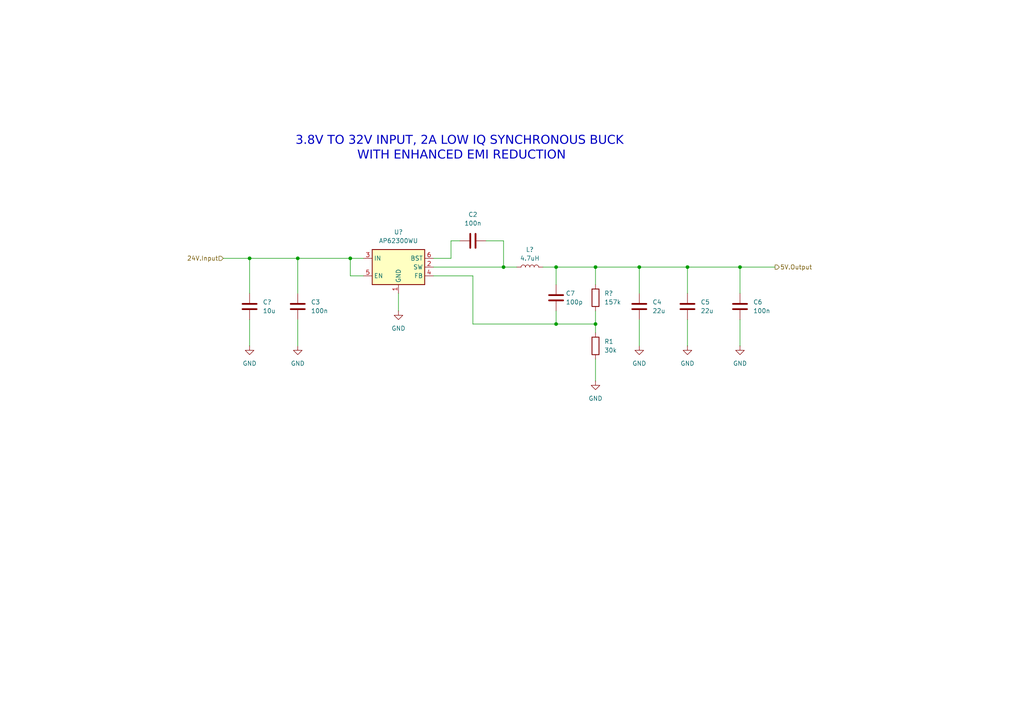
<source format=kicad_sch>
(kicad_sch (version 20250114) (generator "eeschema") (generator_version "9.0")
  (paper "A4")
  (lib_symbols
    (symbol "Device:C" (pin_numbers (hide yes)) (pin_names (offset 0.254))
      (property "Reference" "C" (at 0.635 2.54 0))
      (property "Value" "C" (at 0.635 -2.54 0))
      (symbol "C_0_1"
        (polyline (pts (xy -2.032 0.762) (xy 2.032 0.762)) (stroke (width 0.508)))
        (polyline (pts (xy -2.032 -0.762) (xy 2.032 -0.762)) (stroke (width 0.508)))
      )
      (symbol "C_1_1"
        (pin passive line (at 0 3.81 270) (length 2.794) (name "~") (number "1"))
        (pin passive line (at 0 -3.81 90) (length 2.794) (name "~") (number "2"))
      )
    )
    (symbol "Device:L" (pin_numbers (hide yes)) (pin_names (offset 1.016) (hide yes))
      (property "Reference" "L" (at -1.27 0 90))
      (property "Value" "L" (at 1.905 0 90))
      (symbol "L_0_1"
        (arc (start 0 2.54) (mid 0.6323 1.905) (end 0 1.27))
        (arc (start 0 1.27) (mid 0.6323 0.635) (end 0 0))
        (arc (start 0 0) (mid 0.6323 -0.635) (end 0 -1.27))
        (arc (start 0 -1.27) (mid 0.6323 -1.905) (end 0 -2.54))
      )
      (symbol "L_1_1"
        (pin passive line (at 0 3.81 270) (length 1.27) (name "1") (number "1"))
        (pin passive line (at 0 -3.81 90) (length 1.27) (name "2") (number "2"))
      )
    )
    (symbol "Device:R" (pin_numbers (hide yes)) (pin_names (offset 0))
      (property "Reference" "R" (at 2.032 0 90))
      (property "Value" "R" (at 0 0 90))
      (symbol "R_0_1"
        (rectangle (start -1.016 -2.54) (end 1.016 2.54) (stroke (width 0.254)))
      )
      (symbol "R_1_1"
        (pin passive line (at 0 3.81 270) (length 1.27) (name "~") (number "1"))
        (pin passive line (at 0 -3.81 90) (length 1.27) (name "~") (number "2"))
      )
    )
    (symbol "Regulator_Switching:AP62300WU"
      (property "Reference" "U?" (at 0 10.16 0))
      (property "Value" "AP62300WU" (at 0 7.62 0))
      (symbol "AP62300WU_0_1"
        (rectangle (start -7.62 5.08) (end 7.62 -5.08) (stroke (width 0.254)) (fill (type background)))
      )
      (symbol "AP62300WU_1_1"
        (pin power_in line (at -10.16 2.54 0) (length 2.54) (name "IN") (number "3"))
        (pin passive line (at -10.16 -2.54 0) (length 2.54) (name "EN") (number "5"))
        (pin power_in line (at 0 -7.62 90) (length 2.54) (name "GND") (number "1"))
        (pin passive line (at 10.16 2.54 180) (length 2.54) (name "BST") (number "6"))
        (pin output line (at 10.16 0 180) (length 2.54) (name "SW") (number "2"))
        (pin input line (at 10.16 -2.54 180) (length 2.54) (name "FB") (number "4"))
      )
    )
    (symbol "power:GND" (power) (pin_numbers (hide yes)) (pin_names (offset 0) (hide yes))
      (property "Value" "GND" (at 0 -3.81 0))
      (symbol "GND_0_1"
        (polyline (pts (xy 0 0) (xy 0 -1.27) (xy 1.27 -1.27) (xy 0 -2.54) (xy -1.27 -1.27) (xy 0 -1.27)))
      )
      (symbol "GND_1_1"
        (pin power_in line (at 0 0 270) (length 0) (name "~") (number "1"))
      )
    )
  )
  (text "3.8V TO 32V INPUT, 2A LOW IQ SYNCHRONOUS BUCK \nWITH ENHANCED EMI REDUCTION" (at 133.858 43.688 0) (effects (font (size 2.54 2.54))))
  (junction (at 172.72 93.98))
  (junction (at 72.39 74.93))
  (junction (at 146.05 77.47))
  (junction (at 161.29 93.98))
  (junction (at 101.6 74.93))
  (junction (at 172.72 77.47))
  (junction (at 161.29 77.47))
  (junction (at 86.36 74.93))
  (junction (at 185.42 77.47))
  (junction (at 199.39 77.47))
  (junction (at 214.63 77.47))
  (wire (pts (xy 161.29 93.98) (xy 172.72 93.98)))
  (wire (pts (xy 101.6 74.93) (xy 105.41 74.93)))
  (wire (pts (xy 64.77 74.93) (xy 72.39 74.93)))
  (wire (pts (xy 214.63 85.09) (xy 214.63 77.47)))
  (wire (pts (xy 146.05 77.47) (xy 149.86 77.47)))
  (wire (pts (xy 214.63 100.33) (xy 214.63 92.71)))
  (wire (pts (xy 86.36 100.33) (xy 86.36 92.71)))
  (wire (pts (xy 72.39 85.09) (xy 72.39 74.93)))
  (wire (pts (xy 86.36 85.09) (xy 86.36 74.93)))
  (wire (pts (xy 199.39 77.47) (xy 199.39 85.09)))
  (wire (pts (xy 125.73 77.47) (xy 146.05 77.47)))
  (wire (pts (xy 137.16 93.98) (xy 161.29 93.98)))
  (wire (pts (xy 172.72 77.47) (xy 185.42 77.47)))
  (wire (pts (xy 172.72 93.98) (xy 172.72 96.52)))
  (wire (pts (xy 137.16 80.01) (xy 137.16 93.98)))
  (wire (pts (xy 130.81 69.85) (xy 133.35 69.85)))
  (wire (pts (xy 130.81 74.93) (xy 130.81 69.85)))
  (wire (pts (xy 72.39 74.93) (xy 86.36 74.93)))
  (wire (pts (xy 172.72 104.14) (xy 172.72 110.49)))
  (wire (pts (xy 115.57 85.09) (xy 115.57 90.17)))
  (wire (pts (xy 72.39 100.33) (xy 72.39 92.71)))
  (wire (pts (xy 105.41 80.01) (xy 101.6 80.01)))
  (wire (pts (xy 185.42 77.47) (xy 185.42 85.09)))
  (wire (pts (xy 214.63 77.47) (xy 224.79 77.47)))
  (wire (pts (xy 161.29 77.47) (xy 157.48 77.47)))
  (wire (pts (xy 185.42 77.47) (xy 199.39 77.47)))
  (wire (pts (xy 199.39 92.71) (xy 199.39 100.33)))
  (wire (pts (xy 172.72 82.55) (xy 172.72 77.47)))
  (wire (pts (xy 146.05 69.85) (xy 146.05 77.47)))
  (wire (pts (xy 125.73 74.93) (xy 130.81 74.93)))
  (wire (pts (xy 161.29 77.47) (xy 172.72 77.47)))
  (wire (pts (xy 140.97 69.85) (xy 146.05 69.85)))
  (wire (pts (xy 101.6 80.01) (xy 101.6 74.93)))
  (wire (pts (xy 199.39 77.47) (xy 214.63 77.47)))
  (wire (pts (xy 86.36 74.93) (xy 101.6 74.93)))
  (wire (pts (xy 185.42 92.71) (xy 185.42 100.33)))
  (wire (pts (xy 172.72 90.17) (xy 172.72 93.98)))
  (wire (pts (xy 161.29 77.47) (xy 161.29 82.55)))
  (wire (pts (xy 161.29 90.17) (xy 161.29 93.98)))
  (wire (pts (xy 125.73 80.01) (xy 137.16 80.01)))
  (hierarchical_label "24V.Input" (shape input) (at 64.77 74.93 180))
  (hierarchical_label "5V.Output" (shape output) (at 224.79 77.47 0))
  (symbol (lib_id "Device:C") (at 185.42 88.9 0) (unit 1)
    (property "Reference" "C4" (at 189.23 87.6299 0) (effects (justify left)))
    (property "Value" "22u" (at 189.23 90.1699 0) (effects (justify left)))
    (property "Description" "Unpolarized capacitor" (effects (hide yes)))
  )
  (symbol (lib_id "power:GND") (at 214.63 100.33 0) (unit 1)
    (property "Reference" "#PWR010" (effects (hide yes)))
    (property "Value" "GND" (at 214.63 105.41 0))
    (property "Description" "Power symbol creates a global label with name \"GND\" , ground" (effects (hide yes)))
  )
  (symbol (lib_id "Device:C") (at 161.29 86.36 0) (unit 1)
    (property "Reference" "C7" (at 164.084 85.09 0) (effects (justify left)))
    (property "Value" "100p" (at 164.084 87.63 0) (effects (justify left)))
    (property "Description" "Unpolarized capacitor" (effects (hide yes)))
  )
  (symbol (lib_id "power:GND") (at 86.36 100.33 0) (unit 1)
    (property "Reference" "#PWR05" (effects (hide yes)))
    (property "Value" "GND" (at 86.36 105.41 0))
    (property "Description" "Power symbol creates a global label with name \"GND\" , ground" (effects (hide yes)))
  )
  (symbol (lib_id "Device:C") (at 86.36 88.9 0) (unit 1)
    (property "Reference" "C3" (at 90.17 87.6299 0) (effects (justify left)))
    (property "Value" "100n" (at 90.17 90.1699 0) (effects (justify left)))
    (property "Description" "Unpolarized capacitor" (effects (hide yes)))
  )
  (symbol (lib_id "power:GND") (at 199.39 100.33 0) (unit 1)
    (property "Reference" "#PWR09" (effects (hide yes)))
    (property "Value" "GND" (at 199.39 105.41 0))
    (property "Description" "Power symbol creates a global label with name \"GND\" , ground" (effects (hide yes)))
  )
  (symbol (lib_id "Device:R") (at 172.72 86.36 0) (unit 1)
    (property "Reference" "R?" (at 175.26 85.0899 0) (effects (justify left)))
    (property "Value" "157k" (at 175.26 87.6299 0) (effects (justify left)))
    (property "Description" "Resistor" (effects (hide yes)))
  )
  (symbol (lib_id "Device:C") (at 137.16 69.85 90) (unit 1)
    (property "Reference" "C2" (at 137.16 62.23 90))
    (property "Value" "100n" (at 137.16 64.77 90))
    (property "Description" "Unpolarized capacitor" (effects (hide yes)))
  )
  (symbol (lib_id "power:GND") (at 172.72 110.49 0) (unit 1)
    (property "Reference" "#PWR07" (effects (hide yes)))
    (property "Value" "GND" (at 172.72 115.57 0))
    (property "Description" "Power symbol creates a global label with name \"GND\" , ground" (effects (hide yes)))
  )
  (symbol (lib_id "Device:L") (at 153.67 77.47 90) (unit 1)
    (property "Reference" "L?" (at 153.67 72.39 90))
    (property "Value" "4.7uH" (at 153.67 74.93 90))
    (property "Description" "Inductor" (effects (hide yes)))
    (property "MPN" "SL0420-4R7M" (effects (hide yes)))
  )
  (symbol (lib_id "power:GND") (at 185.42 100.33 0) (unit 1)
    (property "Reference" "#PWR08" (effects (hide yes)))
    (property "Value" "GND" (at 185.42 105.41 0))
    (property "Description" "Power symbol creates a global label with name \"GND\" , ground" (effects (hide yes)))
  )
  (symbol (lib_id "power:GND") (at 115.57 90.17 0) (unit 1)
    (property "Reference" "#PWR04" (effects (hide yes)))
    (property "Value" "GND" (at 115.57 95.25 0))
    (property "Description" "Power symbol creates a global label with name \"GND\" , ground" (effects (hide yes)))
  )
  (symbol (lib_id "Device:C") (at 199.39 88.9 0) (unit 1)
    (property "Reference" "C5" (at 203.2 87.6299 0) (effects (justify left)))
    (property "Value" "22u" (at 203.2 90.1699 0) (effects (justify left)))
    (property "Description" "Unpolarized capacitor" (effects (hide yes)))
  )
  (symbol (lib_id "Device:C") (at 214.63 88.9 0) (unit 1)
    (property "Reference" "C6" (at 218.44 87.6299 0) (effects (justify left)))
    (property "Value" "100n" (at 218.44 90.1699 0) (effects (justify left)))
    (property "Description" "Unpolarized capacitor" (effects (hide yes)))
  )
  (symbol (lib_id "Device:C") (at 72.39 88.9 0) (unit 1)
    (property "Reference" "C?" (at 76.2 87.6299 0) (effects (justify left)))
    (property "Value" "10u" (at 76.2 90.1699 0) (effects (justify left)))
    (property "Description" "Unpolarized capacitor" (effects (hide yes)))
  )
  (symbol (lib_id "Regulator_Switching:AP62300WU") (at 115.57 77.47 0) (unit 1)
    (property "Reference" "U?" (at 115.57 67.31 0))
    (property "Value" "AP62300WU" (at 115.57 69.85 0))
    (property "Footprint" "Package_TO_SOT_SMD:TSOT-23-6" (effects (hide yes)))
    (property "Datasheet" "https://www.diodes.com/assets/Datasheets/AP62300_AP62301_AP62300T.pdf" (effects (hide yes)))
    (property "Description" "3A, 750kHz Buck DC/DC Converter, PFM for light load efficiency, 4.2V-18V input voltage, 0.8V-7V adjustable output voltage, TSOT-23-6" (effects (hide yes)))
  )
  (symbol (lib_id "Device:R") (at 172.72 100.33 0) (unit 1)
    (property "Reference" "R1" (at 175.26 99.0599 0) (effects (justify left)))
    (property "Value" "30k" (at 175.26 101.5999 0) (effects (justify left)))
    (property "Description" "Resistor" (effects (hide yes)))
  )
  (symbol (lib_id "power:GND") (at 72.39 100.33 0) (unit 1)
    (property "Reference" "#PWR06" (effects (hide yes)))
    (property "Value" "GND" (at 72.39 105.41 0))
    (property "Description" "Power symbol creates a global label with name \"GND\" , ground" (effects (hide yes)))
  )
)
</source>
